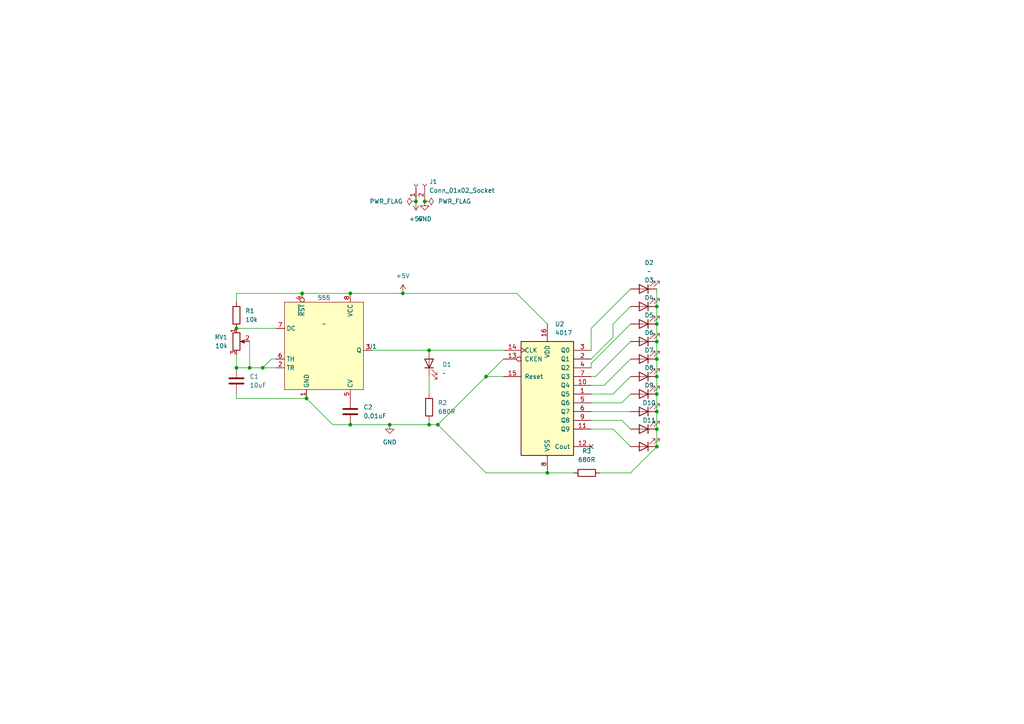
<source format=kicad_sch>
(kicad_sch (version 20230121) (generator eeschema)
  (paper "A4")
  (lib_symbols
    (symbol "4xxx:4017" (pin_names (offset 1.016))
      (property "Reference" "U" (at -7.62 16.51 0))
      (property "Value" "4017" (at -7.62 -19.05 0))
      (symbol "4017_1_0"
        (pin output line (at 12.7 0 180) (length 5.08) (name "Q5") (number "1"))
        (pin output line (at 12.7 2.54 180) (length 5.08) (name "Q4") (number "10"))
        (pin output line (at 12.7 -10.16 180) (length 5.08) (name "Q9") (number "11"))
        (pin output line (at 12.7 -15.24 180) (length 5.08) (name "Cout") (number "12"))
        (pin input inverted (at -12.7 10.16 0) (length 5.08) (name "CKEN") (number "13"))
        (pin input clock (at -12.7 12.7 0) (length 5.08) (name "CLK") (number "14"))
        (pin input line (at -12.7 5.08 0) (length 5.08) (name "Reset") (number "15"))
        (pin power_in line (at 0 20.32 270) (length 5.08) (name "VDD") (number "16"))
        (pin output line (at 12.7 10.16 180) (length 5.08) (name "Q1") (number "2"))
        (pin output line (at 12.7 12.7 180) (length 5.08) (name "Q0") (number "3"))
        (pin output line (at 12.7 7.62 180) (length 5.08) (name "Q2") (number "4"))
        (pin output line (at 12.7 -2.54 180) (length 5.08) (name "Q6") (number "5"))
        (pin output line (at 12.7 -5.08 180) (length 5.08) (name "Q7") (number "6"))
        (pin output line (at 12.7 5.08 180) (length 5.08) (name "Q3") (number "7"))
        (pin power_in line (at 0 -22.86 90) (length 5.08) (name "VSS") (number "8"))
        (pin output line (at 12.7 -7.62 180) (length 5.08) (name "Q8") (number "9"))
      )
      (symbol "4017_1_1"
        (rectangle (start -7.62 15.24) (end 7.62 -17.78) (stroke (width 0.254)) (fill (type background)))
      )
    )
    (symbol "Connector:Conn_01x02_Socket" (pin_names (offset 1.016) hide)
      (property "Reference" "J" (at 0 2.54 0))
      (property "Value" "Conn_01x02_Socket" (at 0 -5.08 0))
      (symbol "Conn_01x02_Socket_1_1"
        (arc (start 0 -2.032) (mid -0.5058 -2.54) (end 0 -3.048) (stroke (width 0.1524)))
        (polyline (pts (xy -1.27 -2.54) (xy -0.508 -2.54)) (stroke (width 0.1524)))
        (polyline (pts (xy -1.27 0) (xy -0.508 0)) (stroke (width 0.1524)))
        (arc (start 0 0.508) (mid -0.5058 0) (end 0 -0.508) (stroke (width 0.1524)))
        (pin passive line (at -5.08 0 0) (length 3.81) (name "Pin_1") (number "1"))
        (pin passive line (at -5.08 -2.54 0) (length 3.81) (name "Pin_2") (number "2"))
      )
    )
    (symbol "Device:C" (pin_numbers hide) (pin_names (offset 0.254))
      (property "Reference" "C" (at 0.635 2.54 0))
      (property "Value" "C" (at 0.635 -2.54 0))
      (symbol "C_0_1"
        (polyline (pts (xy -2.032 -0.762) (xy 2.032 -0.762)) (stroke (width 0.508)))
        (polyline (pts (xy -2.032 0.762) (xy 2.032 0.762)) (stroke (width 0.508)))
      )
      (symbol "C_1_1"
        (pin passive line (at 0 3.81 270) (length 2.794) (name "~") (number "1"))
        (pin passive line (at 0 -3.81 90) (length 2.794) (name "~") (number "2"))
      )
    )
    (symbol "Device:LED" (pin_numbers hide) (pin_names (offset 1.016) hide)
      (property "Reference" "D" (at 0 2.54 0))
      (property "Value" "LED" (at 0 -2.54 0))
      (symbol "LED_0_1"
        (polyline (pts (xy -1.27 -1.27) (xy -1.27 1.27)) (stroke (width 0.254)))
        (polyline (pts (xy -1.27 0) (xy 1.27 0)))
        (polyline (pts (xy 1.27 -1.27) (xy 1.27 1.27) (xy -1.27 0) (xy 1.27 -1.27)) (stroke (width 0.254)))
        (polyline (pts (xy -3.048 -0.762) (xy -4.572 -2.286) (xy -3.81 -2.286) (xy -4.572 -2.286) (xy -4.572 -1.524)))
        (polyline (pts (xy -1.778 -0.762) (xy -3.302 -2.286) (xy -2.54 -2.286) (xy -3.302 -2.286) (xy -3.302 -1.524)))
      )
      (symbol "LED_1_1"
        (pin passive line (at -3.81 0 0) (length 2.54) (name "K") (number "1"))
        (pin passive line (at 3.81 0 180) (length 2.54) (name "A") (number "2"))
      )
    )
    (symbol "Device:R" (pin_numbers hide) (pin_names (offset 0))
      (property "Reference" "R" (at 2.032 0 90))
      (property "Value" "R" (at 0 0 90))
      (symbol "R_0_1"
        (rectangle (start -1.016 -2.54) (end 1.016 2.54) (stroke (width 0.254)))
      )
      (symbol "R_1_1"
        (pin passive line (at 0 3.81 270) (length 1.27) (name "~") (number "1"))
        (pin passive line (at 0 -3.81 90) (length 1.27) (name "~") (number "2"))
      )
    )
    (symbol "Device:R_Potentiometer" (pin_names (offset 1.016) hide)
      (property "Reference" "RV" (at -4.445 0 90))
      (property "Value" "R_Potentiometer" (at -2.54 0 90))
      (symbol "R_Potentiometer_0_1"
        (polyline (pts (xy 2.54 0) (xy 1.524 0)))
        (polyline (pts (xy 1.143 0) (xy 2.286 0.508) (xy 2.286 -0.508) (xy 1.143 0)) (fill (type outline)))
        (rectangle (start 1.016 2.54) (end -1.016 -2.54) (stroke (width 0.254)))
      )
      (symbol "R_Potentiometer_1_1"
        (pin passive line (at 0 3.81 270) (length 1.27) (name "1") (number "1"))
        (pin passive line (at 3.81 0 180) (length 1.27) (name "2") (number "2"))
        (pin passive line (at 0 -3.81 90) (length 1.27) (name "3") (number "3"))
      )
    )
    (symbol "Things:555"
      (property "Reference" "U" (at 0 16.51 0))
      (symbol "555_1_1"
        (rectangle (start -11.43 12.7) (end 11.43 -12.7) (fill (type background)))
        (text "555" (at 0 13.97 0) (effects (font (size 1.27 1.27))))
        (pin power_in line (at -5.08 -15.24 90) (length 2.54) (name "GND") (number "1"))
        (pin input line (at -13.97 -6.35 0) (length 2.54) (name "TR") (number "2"))
        (pin output line (at 13.97 -1.27 180) (length 2.54) (name "Q") (number "3"))
        (pin input inverted (at -6.35 15.24 270) (length 2.54) (name "~{RST}") (number "4"))
        (pin input line (at 7.62 -15.24 90) (length 2.54) (name "CV") (number "5"))
        (pin input line (at -13.97 -3.81 0) (length 2.54) (name "TH") (number "6"))
        (pin input line (at -13.97 5.08 0) (length 2.54) (name "DC") (number "7"))
        (pin power_in line (at 7.62 15.24 270) (length 2.54) (name "VCC") (number "8"))
      )
    )
    (symbol "power:+5V" (power) (pin_names (offset 0))
      (property "Value" "+5V" (at 0 3.556 0))
      (symbol "+5V_0_1"
        (polyline (pts (xy -0.762 1.27) (xy 0 2.54)))
        (polyline (pts (xy 0 0) (xy 0 2.54)))
        (polyline (pts (xy 0 2.54) (xy 0.762 1.27)))
      )
      (symbol "+5V_1_1"
        (pin power_in line (at 0 0 90) (length 0) hide (name "+5V") (number "1"))
      )
    )
    (symbol "power:GND" (power) (pin_names (offset 0))
      (property "Value" "GND" (at 0 -3.81 0))
      (symbol "GND_0_1"
        (polyline (pts (xy 0 0) (xy 0 -1.27) (xy 1.27 -1.27) (xy 0 -2.54) (xy -1.27 -1.27) (xy 0 -1.27)))
      )
      (symbol "GND_1_1"
        (pin power_in line (at 0 0 270) (length 0) hide (name "GND") (number "1"))
      )
    )
    (symbol "power:PWR_FLAG" (power) (pin_numbers hide) (pin_names (offset 0) hide)
      (property "Value" "PWR_FLAG" (at 0 3.81 0))
      (symbol "PWR_FLAG_0_0"
        (pin power_out line (at 0 0 90) (length 0) (name "pwr") (number "1"))
      )
      (symbol "PWR_FLAG_0_1"
        (polyline (pts (xy 0 0) (xy 0 1.27) (xy -1.016 1.905) (xy 0 2.54) (xy 1.016 1.905) (xy 0 1.27)))
      )
    )
  )
  (junction (at 120.65 58.42))
  (junction (at 72.39 106.68))
  (junction (at 88.9 115.57))
  (junction (at 124.46 101.6))
  (junction (at 190.5 109.22))
  (junction (at 190.5 129.54))
  (junction (at 158.75 137.16))
  (junction (at 101.6 123.19))
  (junction (at 124.46 123.19))
  (junction (at 101.6 85.09))
  (junction (at 116.84 85.09))
  (junction (at 68.58 95.25))
  (junction (at 190.5 99.06))
  (junction (at 190.5 104.14))
  (junction (at 127 123.19))
  (junction (at 87.63 85.09))
  (junction (at 190.5 114.3))
  (junction (at 123.19 58.42))
  (junction (at 76.2 106.68))
  (junction (at 190.5 124.46))
  (junction (at 190.5 93.98))
  (junction (at 113.03 123.19))
  (junction (at 190.5 88.9))
  (junction (at 140.97 109.22))
  (junction (at 68.58 106.68))
  (junction (at 190.5 119.38))
  (no_connect (at 171.45 129.54))
  (wire (pts (xy 190.5 119.38) (xy 190.5 124.46)))
  (wire (pts (xy 171.45 101.6) (xy 171.45 95.25)))
  (wire (pts (xy 172.72 109.22) (xy 182.88 99.06)))
  (wire (pts (xy 113.03 123.19) (xy 124.46 123.19)))
  (wire (pts (xy 190.5 93.98) (xy 190.5 99.06)))
  (wire (pts (xy 171.45 105.41) (xy 182.88 93.98)))
  (wire (pts (xy 87.63 85.09) (xy 101.6 85.09)))
  (wire (pts (xy 78.74 104.14) (xy 76.2 106.68)))
  (wire (pts (xy 72.39 106.68) (xy 76.2 106.68)))
  (wire (pts (xy 190.5 88.9) (xy 190.5 93.98)))
  (wire (pts (xy 180.34 121.92) (xy 182.88 124.46)))
  (wire (pts (xy 101.6 123.19) (xy 113.03 123.19)))
  (wire (pts (xy 177.8 114.3) (xy 182.88 109.22)))
  (wire (pts (xy 171.45 104.14) (xy 177.8 97.79)))
  (wire (pts (xy 124.46 101.6) (xy 146.05 101.6)))
  (wire (pts (xy 68.58 106.68) (xy 72.39 106.68)))
  (wire (pts (xy 149.86 85.09) (xy 158.75 93.98)))
  (wire (pts (xy 158.75 137.16) (xy 140.97 137.16)))
  (wire (pts (xy 107.95 101.6) (xy 124.46 101.6)))
  (wire (pts (xy 190.5 114.3) (xy 190.5 119.38)))
  (wire (pts (xy 173.99 137.16) (xy 182.88 137.16)))
  (wire (pts (xy 146.05 104.14) (xy 140.97 109.22)))
  (wire (pts (xy 177.8 124.46) (xy 182.88 129.54)))
  (wire (pts (xy 68.58 114.3) (xy 68.58 115.57)))
  (wire (pts (xy 171.45 106.68) (xy 171.45 105.41)))
  (wire (pts (xy 190.5 99.06) (xy 190.5 104.14)))
  (wire (pts (xy 190.5 104.14) (xy 190.5 109.22)))
  (wire (pts (xy 96.52 123.19) (xy 88.9 115.57)))
  (wire (pts (xy 171.45 121.92) (xy 180.34 121.92)))
  (wire (pts (xy 68.58 102.87) (xy 68.58 106.68)))
  (wire (pts (xy 140.97 137.16) (xy 127 123.19)))
  (wire (pts (xy 80.01 104.14) (xy 78.74 104.14)))
  (wire (pts (xy 124.46 123.19) (xy 127 123.19)))
  (wire (pts (xy 158.75 137.16) (xy 166.37 137.16)))
  (wire (pts (xy 140.97 109.22) (xy 127 123.19)))
  (wire (pts (xy 190.5 83.82) (xy 190.5 88.9)))
  (wire (pts (xy 171.45 95.25) (xy 182.88 83.82)))
  (wire (pts (xy 124.46 121.92) (xy 124.46 123.19)))
  (wire (pts (xy 68.58 115.57) (xy 88.9 115.57)))
  (wire (pts (xy 171.45 114.3) (xy 177.8 114.3)))
  (wire (pts (xy 171.45 111.76) (xy 175.26 111.76)))
  (wire (pts (xy 68.58 85.09) (xy 87.63 85.09)))
  (wire (pts (xy 177.8 97.79) (xy 177.8 93.98)))
  (wire (pts (xy 177.8 93.98) (xy 182.88 88.9)))
  (wire (pts (xy 182.88 137.16) (xy 190.5 129.54)))
  (wire (pts (xy 68.58 85.09) (xy 68.58 87.63)))
  (wire (pts (xy 171.45 124.46) (xy 177.8 124.46)))
  (wire (pts (xy 68.58 95.25) (xy 80.01 95.25)))
  (wire (pts (xy 171.45 116.84) (xy 180.34 116.84)))
  (wire (pts (xy 175.26 111.76) (xy 182.88 104.14)))
  (wire (pts (xy 171.45 109.22) (xy 172.72 109.22)))
  (wire (pts (xy 180.34 116.84) (xy 182.88 114.3)))
  (wire (pts (xy 116.84 85.09) (xy 149.86 85.09)))
  (wire (pts (xy 72.39 99.06) (xy 72.39 106.68)))
  (wire (pts (xy 76.2 106.68) (xy 80.01 106.68)))
  (wire (pts (xy 101.6 123.19) (xy 96.52 123.19)))
  (wire (pts (xy 190.5 109.22) (xy 190.5 114.3)))
  (wire (pts (xy 171.45 119.38) (xy 182.88 119.38)))
  (wire (pts (xy 190.5 124.46) (xy 190.5 129.54)))
  (wire (pts (xy 101.6 85.09) (xy 116.84 85.09)))
  (wire (pts (xy 124.46 109.22) (xy 124.46 114.3)))
  (wire (pts (xy 140.97 109.22) (xy 146.05 109.22)))
  (symbol (lib_id "power:PWR_FLAG") (at 123.19 58.42 270) (unit 1)
    (property "Reference" "#FLG02" (effects hide))
    (property "Value" "PWR_FLAG" (at 127 58.42 90) (effects (justify left)))
  )
  (symbol (lib_id "power:PWR_FLAG") (at 120.65 58.42 90) (unit 1)
    (property "Reference" "#FLG01" (effects hide))
    (property "Value" "PWR_FLAG" (at 116.84 58.42 90) (effects (justify left)))
  )
  (symbol (lib_id "Device:LED") (at 186.69 88.9 180) (unit 1)
    (property "Reference" "D3" (at 188.2775 81.28 0))
    (property "Value" "~" (at 188.2775 83.82 0))
    (property "Footprint" "Diode_SMD:D_0402_1005Metric" (effects hide))
  )
  (symbol (lib_id "Device:LED") (at 186.69 109.22 180) (unit 1)
    (property "Reference" "D7" (at 188.2775 101.6 0))
    (property "Value" "~" (at 188.2775 104.14 0))
    (property "Footprint" "Diode_SMD:D_0402_1005Metric" (effects hide))
  )
  (symbol (lib_id "power:GND") (at 113.03 123.19 0) (unit 1)
    (property "Reference" "#PWR02" (effects hide))
    (property "Value" "GND" (at 113.03 128.27 0))
  )
  (symbol (lib_id "Device:LED") (at 186.69 99.06 180) (unit 1)
    (property "Reference" "D5" (at 188.2775 91.44 0))
    (property "Value" "~" (at 188.2775 93.98 0))
    (property "Footprint" "Diode_SMD:D_0402_1005Metric" (effects hide))
  )
  (symbol (lib_id "Device:LED") (at 186.69 114.3 180) (unit 1)
    (property "Reference" "D8" (at 188.2775 106.68 0))
    (property "Value" "~" (at 188.2775 109.22 0))
    (property "Footprint" "Diode_SMD:D_0402_1005Metric" (effects hide))
  )
  (symbol (lib_id "Device:LED") (at 186.69 93.98 180) (unit 1)
    (property "Reference" "D4" (at 188.2775 86.36 0))
    (property "Value" "~" (at 188.2775 88.9 0))
    (property "Footprint" "Diode_SMD:D_0402_1005Metric" (effects hide))
  )
  (symbol (lib_id "Device:R_Potentiometer") (at 68.58 99.06 0) (unit 1)
    (property "Reference" "RV1" (at 66.04 97.79 0) (effects (justify right)))
    (property "Value" "10k" (at 66.04 100.33 0) (effects (justify right)))
    (property "Footprint" "Potentiometer_SMD:Potentiometer_Bourns_3269P_Horizontal" (effects hide))
  )
  (symbol (lib_id "power:+5V") (at 116.84 85.09 0) (unit 1)
    (property "Reference" "#PWR01" (effects hide))
    (property "Value" "+5V" (at 116.84 80.01 0))
  )
  (symbol (lib_id "4xxx:4017") (at 158.75 114.3 0) (unit 1)
    (property "Reference" "U2" (at 160.9441 93.98 0) (effects (justify left)))
    (property "Value" "4017" (at 160.9441 96.52 0) (effects (justify left)))
    (property "Footprint" "Package_SO:SOIC-16_3.9x9.9mm_P1.27mm" (effects hide))
    (property "Datasheet" "http://www.intersil.com/content/dam/Intersil/documents/cd40/cd4017bms-22bms.pdf" (effects hide))
  )
  (symbol (lib_id "Device:LED") (at 186.69 124.46 180) (unit 1)
    (property "Reference" "D10" (at 188.2775 116.84 0))
    (property "Value" "~" (at 188.2775 119.38 0))
    (property "Footprint" "Diode_SMD:D_0402_1005Metric" (effects hide))
  )
  (symbol (lib_id "Device:LED") (at 186.69 129.54 180) (unit 1)
    (property "Reference" "D11" (at 188.2775 121.92 0))
    (property "Value" "~" (at 188.2775 124.46 0))
    (property "Footprint" "Diode_SMD:D_0402_1005Metric" (effects hide))
  )
  (symbol (lib_id "power:GND") (at 123.19 58.42 0) (unit 1)
    (property "Reference" "#PWR04" (effects hide))
    (property "Value" "GND" (at 123.19 63.5 0))
  )
  (symbol (lib_id "Device:LED") (at 186.69 104.14 180) (unit 1)
    (property "Reference" "D6" (at 188.2775 96.52 0))
    (property "Value" "~" (at 188.2775 99.06 0))
    (property "Footprint" "Diode_SMD:D_0402_1005Metric" (effects hide))
  )
  (symbol (lib_id "power:+5V") (at 120.65 58.42 180) (unit 1)
    (property "Reference" "#PWR03" (effects hide))
    (property "Value" "+5V" (at 120.65 63.5 0))
  )
  (symbol (lib_id "Device:C") (at 68.58 110.49 0) (unit 1)
    (property "Reference" "C1" (at 72.39 109.22 0) (effects (justify left)))
    (property "Value" "10uF" (at 72.39 111.76 0) (effects (justify left)))
    (property "Footprint" "Capacitor_SMD:C_0402_1005Metric" (effects hide))
  )
  (symbol (lib_id "Connector:Conn_01x02_Socket") (at 120.65 53.34 90) (unit 1)
    (property "Reference" "J1" (at 124.46 52.705 90) (effects (justify right)))
    (property "Value" "Conn_01x02_Socket" (at 124.46 55.245 90) (effects (justify right)))
    (property "Footprint" "Connector_PinSocket_2.54mm:PinSocket_1x02_P2.54mm_Vertical" (effects hide))
  )
  (symbol (lib_id "Device:C") (at 101.6 119.38 0) (unit 1)
    (property "Reference" "C2" (at 105.41 118.11 0) (effects (justify left)))
    (property "Value" "0.01uF" (at 105.41 120.65 0) (effects (justify left)))
    (property "Footprint" "Capacitor_SMD:C_0402_1005Metric" (effects hide))
  )
  (symbol (lib_id "Things:555") (at 93.98 100.33 0) (unit 1)
    (property "Reference" "U1" (at 107.95 100.4921 0))
    (property "Value" "~" (at 93.98 93.98 0))
    (property "Footprint" "Package_SO:SOIC-8_3.9x4.9mm_P1.27mm" (effects hide))
  )
  (symbol (lib_id "Device:LED") (at 186.69 83.82 180) (unit 1)
    (property "Reference" "D2" (at 188.2775 76.2 0))
    (property "Value" "~" (at 188.2775 78.74 0))
    (property "Footprint" "Diode_SMD:D_0402_1005Metric" (effects hide))
  )
  (symbol (lib_id "Device:R") (at 68.58 91.44 0) (unit 1)
    (property "Reference" "R1" (at 71.12 90.17 0) (effects (justify left)))
    (property "Value" "10k" (at 71.12 92.71 0) (effects (justify left)))
    (property "Footprint" "Resistor_SMD:R_0402_1005Metric" (effects hide))
  )
  (symbol (lib_id "Device:R") (at 170.18 137.16 90) (unit 1)
    (property "Reference" "R3" (at 170.18 130.81 90))
    (property "Value" "680R" (at 170.18 133.35 90))
    (property "Footprint" "Resistor_SMD:R_0402_1005Metric" (effects hide))
  )
  (symbol (lib_id "Device:LED") (at 124.46 105.41 90) (unit 1)
    (property "Reference" "D1" (at 128.27 105.7275 90) (effects (justify right)))
    (property "Value" "~" (at 128.27 108.2675 90) (effects (justify right)))
    (property "Footprint" "Diode_SMD:D_0402_1005Metric" (effects hide))
  )
  (symbol (lib_id "Device:R") (at 124.46 118.11 0) (unit 1)
    (property "Reference" "R2" (at 127 116.84 0) (effects (justify left)))
    (property "Value" "680R" (at 127 119.38 0) (effects (justify left)))
    (property "Footprint" "Resistor_SMD:R_0603_1608Metric" (effects hide))
  )
  (symbol (lib_id "Device:LED") (at 186.69 119.38 180) (unit 1)
    (property "Reference" "D9" (at 188.2775 111.76 0))
    (property "Value" "~" (at 188.2775 114.3 0))
    (property "Footprint" "Diode_SMD:D_0402_1005Metric" (effects hide))
  )
)
</source>
